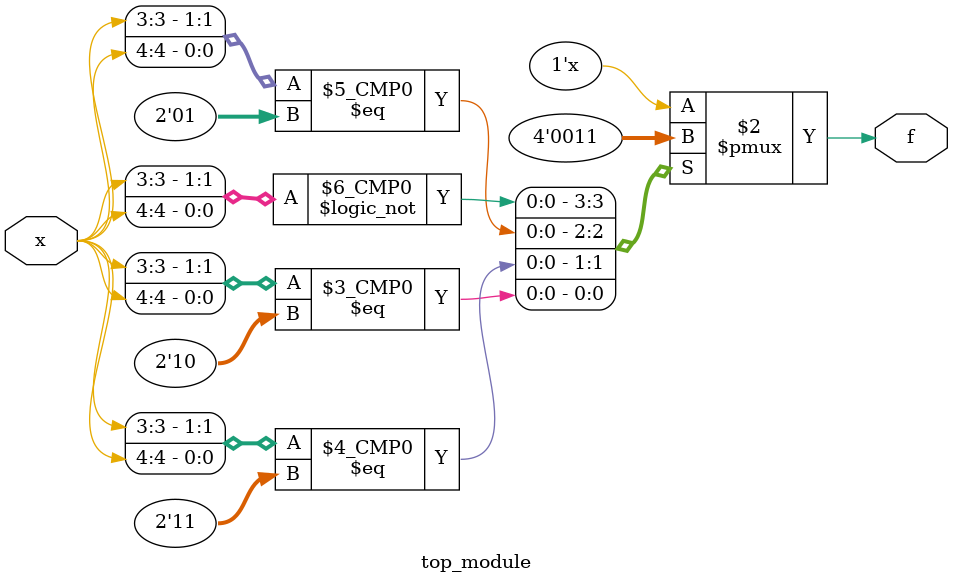
<source format=sv>
module top_module (
	input [4:1] x,
	output logic f
);

	always_comb begin
		f = 1'b0;
		
		case ({x[3], x[4]})
			2'b00: f = 1'b0;
			2'b01: f = 1'b0;
			2'b11: f = 1'b1;
			2'b10: f = 1'b1;
			default: f = 1'b0;
		endcase
	end
endmodule

</source>
